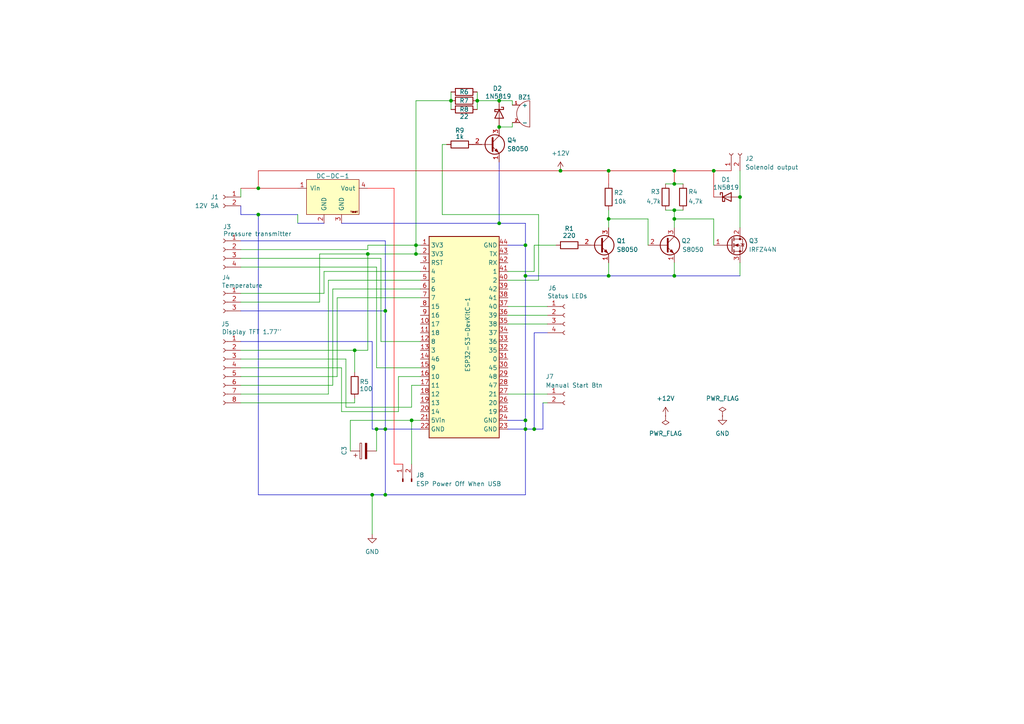
<source format=kicad_sch>
(kicad_sch (version 20250114) (generator "eeschema") (generator_version "9.0")
  (paper "A4")
  (title_block (title "Hydro Fill Pro") (date "2026-02-10") (rev "0.0.1") (comment 4 "Yuriy Titov"))
  (lib_symbols
    (symbol "1_Buzzers:Buzzer"
      (property "Reference" "BZ" (at -4.318 0 0))
      (symbol "Buzzer_0_1"
        (polyline (pts (xy -2.54 3.81) (xy -2.54 -3.81)))
        (arc (start -2.54 3.81) (mid 1.27 0) (end -2.54 -3.81))
      )
      (symbol "Buzzer_1_1"
        (pin passive line (at 2.54 2.54 180) (length 2.2352) (name "+") (number "1"))
        (pin passive line (at 2.54 -2.54 180) (length 2.2352) (name "-") (number "2"))
      )
    )
    (symbol "1_DC-DC:YAAJ_DCDC_StepDown_LM2596" (pin_names (offset 1.016))
      (property "Reference" "U" (at -5.08 6.35 0))
      (property "Value" "YAAJ_DCDC_StepDown_LM2596" (at 0 11.43 0))
      (symbol "YAAJ_DCDC_StepDown_LM2596_0_1"
        (rectangle (start -7.62 5.08) (end 7.62 -5.08) (fill (type background)))
      )
      (symbol "YAAJ_DCDC_StepDown_LM2596_1_1"
        (text "Y@@V" (at 6.1976 -4.2672 0) (effects (font (size 0.508 0.508))))
        (pin power_in line (at -10.16 2.54 0) (length 2.54) (name "Vin") (number "1"))
        (pin power_in line (at -2.54 -7.62 90) (length 2.54) (name "GND") (number "2"))
        (pin power_in line (at 2.54 -7.62 90) (length 2.54) (name "GND") (number "3"))
        (pin power_out line (at 10.16 2.54 180) (length 2.54) (name "Vout") (number "4"))
      )
    )
    (symbol "1_ESP32-S3-DevKitC_1"
      (property "Reference" "ESP32-S3-DevKitC-1" (at 0.254 -1.524 90))
      (symbol "1_ESP32-S3-DevKitC_1_1_1"
        (rectangle (start -10.16 27.94) (end 10.16 -30.48) (stroke (width 0.254)) (fill (type background)))
        (pin power_out line (at -12.7 25.4 0) (length 2.54) (name "3V3") (number "1"))
        (pin power_out line (at -12.7 22.86 0) (length 2.54) (name "3V3") (number "2"))
        (pin input line (at -12.7 20.32 0) (length 2.54) (name "RST") (number "3"))
        (pin bidirectional line (at -12.7 17.78 0) (length 2.54) (name "4") (number "4"))
        (pin bidirectional line (at -12.7 15.24 0) (length 2.54) (name "5") (number "5"))
        (pin bidirectional line (at -12.7 12.7 0) (length 2.54) (name "6") (number "6"))
        (pin bidirectional line (at -12.7 10.16 0) (length 2.54) (name "7") (number "7"))
        (pin bidirectional line (at -12.7 7.62 0) (length 2.54) (name "15") (number "8"))
        (pin bidirectional line (at -12.7 5.08 0) (length 2.54) (name "16") (number "9"))
        (pin bidirectional line (at -12.7 2.54 0) (length 2.54) (name "17") (number "10"))
        (pin bidirectional line (at -12.7 0 0) (length 2.54) (name "18") (number "11"))
        (pin bidirectional line (at -12.7 -2.54 0) (length 2.54) (name "8") (number "12"))
        (pin bidirectional line (at -12.7 -5.08 0) (length 2.54) (name "3") (number "13"))
        (pin bidirectional line (at -12.7 -7.62 0) (length 2.54) (name "46") (number "14"))
        (pin bidirectional line (at -12.7 -10.16 0) (length 2.54) (name "9") (number "15"))
        (pin bidirectional line (at -12.7 -12.7 0) (length 2.54) (name "10") (number "16"))
        (pin bidirectional line (at -12.7 -15.24 0) (length 2.54) (name "11") (number "17"))
        (pin bidirectional line (at -12.7 -17.78 0) (length 2.54) (name "12") (number "18"))
        (pin bidirectional line (at -12.7 -20.32 0) (length 2.54) (name "13") (number "19"))
        (pin bidirectional line (at -12.7 -22.86 0) (length 2.54) (name "14") (number "20"))
        (pin passive line (at -12.7 -25.4 0) (length 2.54) (name "5Vin") (number "21"))
        (pin power_in line (at -12.7 -27.94 0) (length 2.54) (name "GND") (number "22"))
        (pin power_in line (at 12.7 25.4 180) (length 2.54) (name "GND") (number "44"))
        (pin output line (at 12.7 22.86 180) (length 2.54) (name "TX") (number "43"))
        (pin input line (at 12.7 20.32 180) (length 2.54) (name "RX") (number "42"))
        (pin bidirectional line (at 12.7 17.78 180) (length 2.54) (name "1") (number "41"))
        (pin bidirectional line (at 12.7 15.24 180) (length 2.54) (name "2") (number "40"))
        (pin bidirectional line (at 12.7 12.7 180) (length 2.54) (name "42") (number "39"))
        (pin bidirectional line (at 12.7 10.16 180) (length 2.54) (name "41") (number "38"))
        (pin bidirectional line (at 12.7 7.62 180) (length 2.54) (name "40") (number "37"))
        (pin bidirectional line (at 12.7 5.08 180) (length 2.54) (name "39") (number "36"))
        (pin bidirectional line (at 12.7 2.54 180) (length 2.54) (name "38") (number "35"))
        (pin bidirectional line (at 12.7 0 180) (length 2.54) (name "37") (number "34"))
        (pin bidirectional line (at 12.7 -2.54 180) (length 2.54) (name "36") (number "33"))
        (pin bidirectional line (at 12.7 -5.08 180) (length 2.54) (name "35") (number "32"))
        (pin bidirectional line (at 12.7 -7.62 180) (length 2.54) (name "0") (number "31"))
        (pin bidirectional line (at 12.7 -10.16 180) (length 2.54) (name "45") (number "30"))
        (pin bidirectional line (at 12.7 -12.7 180) (length 2.54) (name "48") (number "29"))
        (pin bidirectional line (at 12.7 -15.24 180) (length 2.54) (name "47") (number "28"))
        (pin bidirectional line (at 12.7 -17.78 180) (length 2.54) (name "21") (number "27"))
        (pin bidirectional line (at 12.7 -20.32 180) (length 2.54) (name "20") (number "26"))
        (pin bidirectional line (at 12.7 -22.86 180) (length 2.54) (name "19") (number "25"))
        (pin power_in line (at 12.7 -25.4 180) (length 2.54) (name "GND") (number "24"))
        (pin power_in line (at 12.7 -27.94 180) (length 2.54) (name "GND") (number "23"))
      )
    )
    (symbol "Connector:Conn_01x02_Pin" (pin_names (offset 1.016) (hide yes))
      (property "Reference" "J" (at 0 2.54 0))
      (property "Value" "Conn_01x02_Pin" (at 0 -5.08 0))
      (symbol "Conn_01x02_Pin_1_1"
        (rectangle (start 0.8636 0.127) (end 0 -0.127) (stroke (width 0.1524)) (fill (type outline)))
        (rectangle (start 0.8636 -2.413) (end 0 -2.667) (stroke (width 0.1524)) (fill (type outline)))
        (polyline (pts (xy 1.27 0) (xy 0.8636 0)) (stroke (width 0.1524)))
        (polyline (pts (xy 1.27 -2.54) (xy 0.8636 -2.54)) (stroke (width 0.1524)))
        (pin passive line (at 5.08 0 180) (length 3.81) (name "Pin_1") (number "1"))
        (pin passive line (at 5.08 -2.54 180) (length 3.81) (name "Pin_2") (number "2"))
      )
    )
    (symbol "Connector:Conn_01x02_Socket" (pin_names (offset 1.016) (hide yes))
      (property "Reference" "J" (at 0 2.54 0))
      (property "Value" "Conn_01x02_Socket" (at 0 -5.08 0))
      (symbol "Conn_01x02_Socket_1_1"
        (polyline (pts (xy -1.27 0) (xy -0.508 0)) (stroke (width 0.1524)))
        (polyline (pts (xy -1.27 -2.54) (xy -0.508 -2.54)) (stroke (width 0.1524)))
        (arc (start 0 -0.508) (mid -0.5058 0) (end 0 0.508) (stroke (width 0.1524)))
        (arc (start 0 -3.048) (mid -0.5058 -2.54) (end 0 -2.032) (stroke (width 0.1524)))
        (pin passive line (at -5.08 0 0) (length 3.81) (name "Pin_1") (number "1"))
        (pin passive line (at -5.08 -2.54 0) (length 3.81) (name "Pin_2") (number "2"))
      )
    )
    (symbol "Connector:Conn_01x03_Socket" (pin_names (offset 1.016) (hide yes))
      (property "Reference" "J" (at 0 5.08 0))
      (property "Value" "Conn_01x03_Socket" (at 0 -5.08 0))
      (symbol "Conn_01x03_Socket_1_1"
        (polyline (pts (xy -1.27 2.54) (xy -0.508 2.54)) (stroke (width 0.1524)))
        (polyline (pts (xy -1.27 0) (xy -0.508 0)) (stroke (width 0.1524)))
        (polyline (pts (xy -1.27 -2.54) (xy -0.508 -2.54)) (stroke (width 0.1524)))
        (arc (start 0 2.032) (mid -0.5058 2.54) (end 0 3.048) (stroke (width 0.1524)))
        (arc (start 0 -0.508) (mid -0.5058 0) (end 0 0.508) (stroke (width 0.1524)))
        (arc (start 0 -3.048) (mid -0.5058 -2.54) (end 0 -2.032) (stroke (width 0.1524)))
        (pin passive line (at -5.08 2.54 0) (length 3.81) (name "Pin_1") (number "1"))
        (pin passive line (at -5.08 0 0) (length 3.81) (name "Pin_2") (number "2"))
        (pin passive line (at -5.08 -2.54 0) (length 3.81) (name "Pin_3") (number "3"))
      )
    )
    (symbol "Connector:Conn_01x04_Socket" (pin_names (offset 1.016) (hide yes))
      (property "Reference" "J" (at 0 5.08 0))
      (property "Value" "Conn_01x04_Socket" (at 0 -7.62 0))
      (symbol "Conn_01x04_Socket_1_1"
        (polyline (pts (xy -1.27 2.54) (xy -0.508 2.54)) (stroke (width 0.1524)))
        (polyline (pts (xy -1.27 0) (xy -0.508 0)) (stroke (width 0.1524)))
        (polyline (pts (xy -1.27 -2.54) (xy -0.508 -2.54)) (stroke (width 0.1524)))
        (polyline (pts (xy -1.27 -5.08) (xy -0.508 -5.08)) (stroke (width 0.1524)))
        (arc (start 0 2.032) (mid -0.5058 2.54) (end 0 3.048) (stroke (width 0.1524)))
        (arc (start 0 -0.508) (mid -0.5058 0) (end 0 0.508) (stroke (width 0.1524)))
        (arc (start 0 -3.048) (mid -0.5058 -2.54) (end 0 -2.032) (stroke (width 0.1524)))
        (arc (start 0 -5.588) (mid -0.5058 -5.08) (end 0 -4.572) (stroke (width 0.1524)))
        (pin passive line (at -5.08 2.54 0) (length 3.81) (name "Pin_1") (number "1"))
        (pin passive line (at -5.08 0 0) (length 3.81) (name "Pin_2") (number "2"))
        (pin passive line (at -5.08 -2.54 0) (length 3.81) (name "Pin_3") (number "3"))
        (pin passive line (at -5.08 -5.08 0) (length 3.81) (name "Pin_4") (number "4"))
      )
    )
    (symbol "Connector:Conn_01x08_Socket" (pin_names (offset 1.016) (hide yes))
      (property "Reference" "J" (at 0 10.16 0))
      (property "Value" "Conn_01x08_Socket" (at 0 -12.7 0))
      (symbol "Conn_01x08_Socket_1_1"
        (polyline (pts (xy -1.27 7.62) (xy -0.508 7.62)) (stroke (width 0.1524)))
        (polyline (pts (xy -1.27 5.08) (xy -0.508 5.08)) (stroke (width 0.1524)))
        (polyline (pts (xy -1.27 2.54) (xy -0.508 2.54)) (stroke (width 0.1524)))
        (polyline (pts (xy -1.27 0) (xy -0.508 0)) (stroke (width 0.1524)))
        (polyline (pts (xy -1.27 -2.54) (xy -0.508 -2.54)) (stroke (width 0.1524)))
        (polyline (pts (xy -1.27 -5.08) (xy -0.508 -5.08)) (stroke (width 0.1524)))
        (polyline (pts (xy -1.27 -7.62) (xy -0.508 -7.62)) (stroke (width 0.1524)))
        (polyline (pts (xy -1.27 -10.16) (xy -0.508 -10.16)) (stroke (width 0.1524)))
        (arc (start 0 7.112) (mid -0.5058 7.62) (end 0 8.128) (stroke (width 0.1524)))
        (arc (start 0 4.572) (mid -0.5058 5.08) (end 0 5.588) (stroke (width 0.1524)))
        (arc (start 0 2.032) (mid -0.5058 2.54) (end 0 3.048) (stroke (width 0.1524)))
        (arc (start 0 -0.508) (mid -0.5058 0) (end 0 0.508) (stroke (width 0.1524)))
        (arc (start 0 -3.048) (mid -0.5058 -2.54) (end 0 -2.032) (stroke (width 0.1524)))
        (arc (start 0 -5.588) (mid -0.5058 -5.08) (end 0 -4.572) (stroke (width 0.1524)))
        (arc (start 0 -8.128) (mid -0.5058 -7.62) (end 0 -7.112) (stroke (width 0.1524)))
        (arc (start 0 -10.668) (mid -0.5058 -10.16) (end 0 -9.652) (stroke (width 0.1524)))
        (pin passive line (at -5.08 7.62 0) (length 3.81) (name "Pin_1") (number "1"))
        (pin passive line (at -5.08 5.08 0) (length 3.81) (name "Pin_2") (number "2"))
        (pin passive line (at -5.08 2.54 0) (length 3.81) (name "Pin_3") (number "3"))
        (pin passive line (at -5.08 0 0) (length 3.81) (name "Pin_4") (number "4"))
        (pin passive line (at -5.08 -2.54 0) (length 3.81) (name "Pin_5") (number "5"))
        (pin passive line (at -5.08 -5.08 0) (length 3.81) (name "Pin_6") (number "6"))
        (pin passive line (at -5.08 -7.62 0) (length 3.81) (name "Pin_7") (number "7"))
        (pin passive line (at -5.08 -10.16 0) (length 3.81) (name "Pin_8") (number "8"))
      )
    )
    (symbol "Device:C_Polarized" (pin_numbers (hide yes)) (pin_names (offset 0.254))
      (property "Reference" "C" (at 0.635 2.54 0))
      (property "Value" "C_Polarized" (at 0.635 -2.54 0))
      (symbol "C_Polarized_0_1"
        (rectangle (start -2.286 0.508) (end 2.286 1.016))
        (polyline (pts (xy -1.778 2.286) (xy -0.762 2.286)))
        (polyline (pts (xy -1.27 2.794) (xy -1.27 1.778)))
        (rectangle (start 2.286 -0.508) (end -2.286 -1.016) (fill (type outline)))
      )
      (symbol "C_Polarized_1_1"
        (pin passive line (at 0 3.81 270) (length 2.794) (name "~") (number "1"))
        (pin passive line (at 0 -3.81 90) (length 2.794) (name "~") (number "2"))
      )
    )
    (symbol "Device:R" (pin_numbers (hide yes)) (pin_names (offset 0))
      (property "Reference" "R" (at 2.032 0 90))
      (property "Value" "R" (at 0 0 90))
      (symbol "R_0_1"
        (rectangle (start -1.016 -2.54) (end 1.016 2.54) (stroke (width 0.254)))
      )
      (symbol "R_1_1"
        (pin passive line (at 0 3.81 270) (length 1.27) (name "~") (number "1"))
        (pin passive line (at 0 -3.81 90) (length 1.27) (name "~") (number "2"))
      )
    )
    (symbol "Diode:1N5819" (pin_numbers (hide yes)) (pin_names (offset 1.016) (hide yes))
      (property "Reference" "D" (at 0 2.54 0))
      (property "Value" "1N5819" (at 0 -2.54 0))
      (symbol "1N5819_0_1"
        (polyline (pts (xy -1.905 0.635) (xy -1.905 1.27) (xy -1.27 1.27) (xy -1.27 -1.27) (xy -0.635 -1.27) (xy -0.635 -0.635)) (stroke (width 0.254)))
        (polyline (pts (xy 1.27 1.27) (xy 1.27 -1.27) (xy -1.27 0) (xy 1.27 1.27)) (stroke (width 0.254)))
        (polyline (pts (xy 1.27 0) (xy -1.27 0)))
      )
      (symbol "1N5819_1_1"
        (pin passive line (at -3.81 0 0) (length 2.54) (name "K") (number "1"))
        (pin passive line (at 3.81 0 180) (length 2.54) (name "A") (number "2"))
      )
    )
    (symbol "Transistor_BJT:S8050" (pin_names (offset 0) (hide yes))
      (property "Reference" "Q" (at 5.08 1.905 0))
      (property "Value" "S8050" (at 5.08 0 0))
      (symbol "S8050_0_1"
        (polyline (pts (xy -2.54 0) (xy 0.635 0)))
        (polyline (pts (xy 0.635 1.905) (xy 0.635 -1.905)) (stroke (width 0.508)))
        (circle (center 1.27 0) (radius 2.8194) (stroke (width 0.254)))
      )
      (symbol "S8050_1_1"
        (polyline (pts (xy 0.635 0.635) (xy 2.54 2.54)))
        (polyline (pts (xy 0.635 -0.635) (xy 2.54 -2.54)))
        (polyline (pts (xy 1.27 -1.778) (xy 1.778 -1.27) (xy 2.286 -2.286) (xy 1.27 -1.778)) (fill (type outline)))
        (pin input line (at -5.08 0 0) (length 2.54) (name "B") (number "2"))
        (pin passive line (at 2.54 5.08 270) (length 2.54) (name "C") (number "3"))
        (pin passive line (at 2.54 -5.08 90) (length 2.54) (name "E") (number "1"))
      )
    )
    (symbol "Transistor_FET:IRLZ44N" (pin_names (hide yes))
      (property "Reference" "Q" (at 5.08 1.905 0))
      (property "Value" "IRLZ44N" (at 5.08 0 0))
      (symbol "IRLZ44N_0_1"
        (polyline (pts (xy 0.254 1.905) (xy 0.254 -1.905)) (stroke (width 0.254)))
        (polyline (pts (xy 0.254 0) (xy -2.54 0)))
        (polyline (pts (xy 0.762 2.286) (xy 0.762 1.27)) (stroke (width 0.254)))
        (polyline (pts (xy 0.762 0.508) (xy 0.762 -0.508)) (stroke (width 0.254)))
        (polyline (pts (xy 0.762 -1.27) (xy 0.762 -2.286)) (stroke (width 0.254)))
        (polyline (pts (xy 0.762 -1.778) (xy 3.302 -1.778) (xy 3.302 1.778) (xy 0.762 1.778)))
        (polyline (pts (xy 1.016 0) (xy 2.032 0.381) (xy 2.032 -0.381) (xy 1.016 0)) (fill (type outline)))
        (circle (center 1.651 0) (radius 2.794) (stroke (width 0.254)))
        (polyline (pts (xy 2.54 2.54) (xy 2.54 1.778)))
        (circle (center 2.54 1.778) (radius 0.254) (fill (type outline)))
        (circle (center 2.54 -1.778) (radius 0.254) (fill (type outline)))
        (polyline (pts (xy 2.54 -2.54) (xy 2.54 0) (xy 0.762 0)))
        (polyline (pts (xy 2.794 0.508) (xy 2.921 0.381) (xy 3.683 0.381) (xy 3.81 0.254)))
        (polyline (pts (xy 3.302 0.381) (xy 2.921 -0.254) (xy 3.683 -0.254) (xy 3.302 0.381)))
      )
      (symbol "IRLZ44N_1_1"
        (pin input line (at -5.08 0 0) (length 2.54) (name "G") (number "1"))
        (pin passive line (at 2.54 5.08 270) (length 2.54) (name "D") (number "2"))
        (pin passive line (at 2.54 -5.08 90) (length 2.54) (name "S") (number "3"))
      )
    )
    (symbol "power:+12V" (power) (pin_numbers (hide yes)) (pin_names (offset 0) (hide yes))
      (property "Value" "+12V" (at 0 3.556 0))
      (symbol "+12V_0_1"
        (polyline (pts (xy -0.762 1.27) (xy 0 2.54)))
        (polyline (pts (xy 0 2.54) (xy 0.762 1.27)))
        (polyline (pts (xy 0 0) (xy 0 2.54)))
      )
      (symbol "+12V_1_1"
        (pin power_in line (at 0 0 90) (length 0) (name "~") (number "1"))
      )
    )
    (symbol "power:GND" (power) (pin_numbers (hide yes)) (pin_names (offset 0) (hide yes))
      (property "Value" "GND" (at 0 -3.81 0))
      (symbol "GND_0_1"
        (polyline (pts (xy 0 0) (xy 0 -1.27) (xy 1.27 -1.27) (xy 0 -2.54) (xy -1.27 -1.27) (xy 0 -1.27)))
      )
      (symbol "GND_1_1"
        (pin power_in line (at 0 0 270) (length 0) (name "~") (number "1"))
      )
    )
    (symbol "power:PWR_FLAG" (power) (pin_numbers (hide yes)) (pin_names (offset 0) (hide yes))
      (property "Value" "PWR_FLAG" (at 0 3.81 0))
      (symbol "PWR_FLAG_0_0"
        (pin power_out line (at 0 0 90) (length 0) (name "~") (number "1"))
      )
      (symbol "PWR_FLAG_0_1"
        (polyline (pts (xy 0 0) (xy 0 1.27) (xy -1.016 1.905) (xy 0 2.54) (xy 1.016 1.905) (xy 0 1.27)))
      )
    )
  )
  (junction (at 195.58 60.96))
  (junction (at 111.76 90.17))
  (junction (at 119.38 121.92))
  (junction (at 152.4 71.12))
  (junction (at 102.87 101.6))
  (junction (at 144.78 36.83))
  (junction (at 107.95 143.51))
  (junction (at 109.22 124.46))
  (junction (at 176.53 80.01))
  (junction (at 120.65 73.66))
  (junction (at 195.58 80.01))
  (junction (at 74.93 62.23))
  (junction (at 176.53 49.53))
  (junction (at 195.58 49.53))
  (junction (at 120.65 71.12))
  (junction (at 152.4 80.01))
  (junction (at 74.93 54.61))
  (junction (at 154.94 124.46))
  (junction (at 152.4 121.92))
  (junction (at 152.4 124.46))
  (junction (at 195.58 63.5))
  (junction (at 106.68 73.66))
  (junction (at 176.53 63.5))
  (junction (at 111.76 143.51))
  (junction (at 138.43 29.21))
  (junction (at 144.78 64.77))
  (junction (at 111.76 124.46))
  (junction (at 195.58 53.34))
  (junction (at 130.81 29.21))
  (junction (at 144.78 29.21))
  (junction (at 214.63 57.15))
  (junction (at 162.56 49.53))
  (junction (at 207.01 49.53))
  (wire (pts (xy 74.93 62.23) (xy 86.36 62.23)) (stroke (width 0) (color 0 0 194 1)))
  (wire (pts (xy 74.93 54.61) (xy 74.93 49.53)) (stroke (width 0) (color 194 0 0 1)))
  (wire (pts (xy 154.94 78.74) (xy 147.32 78.74)))
  (wire (pts (xy 119.38 121.92) (xy 119.38 134.62)))
  (wire (pts (xy 69.85 85.09) (xy 93.98 85.09)))
  (wire (pts (xy 93.98 78.74) (xy 121.92 78.74)))
  (wire (pts (xy 120.65 29.21) (xy 120.65 71.12)))
  (wire (pts (xy 138.43 29.21) (xy 144.78 29.21)))
  (wire (pts (xy 109.22 77.47) (xy 109.22 106.68)))
  (wire (pts (xy 130.81 29.21) (xy 130.81 31.75)))
  (wire (pts (xy 107.95 99.06) (xy 107.95 124.46)) (stroke (width 0) (color 0 0 194 1)))
  (wire (pts (xy 96.52 83.82) (xy 121.92 83.82)))
  (wire (pts (xy 106.68 72.39) (xy 106.68 71.12)))
  (wire (pts (xy 162.56 49.53) (xy 176.53 49.53)) (stroke (width 0) (color 194 0 0 1)))
  (wire (pts (xy 187.96 71.12) (xy 187.96 63.5)))
  (wire (pts (xy 69.85 109.22) (xy 97.79 109.22)))
  (wire (pts (xy 161.29 71.12) (xy 154.94 71.12)))
  (wire (pts (xy 107.95 143.51) (xy 111.76 143.51)) (stroke (width 0) (color 0 0 194 1)))
  (wire (pts (xy 214.63 76.2) (xy 214.63 80.01)))
  (wire (pts (xy 115.57 109.22) (xy 115.57 119.38)))
  (wire (pts (xy 92.71 87.63) (xy 92.71 73.66)))
  (wire (pts (xy 69.85 57.15) (xy 69.85 54.61)))
  (wire (pts (xy 130.81 26.67) (xy 130.81 29.21)))
  (wire (pts (xy 152.4 80.01) (xy 176.53 80.01)) (stroke (width 0) (color 0 0 194 1)))
  (wire (pts (xy 195.58 53.34) (xy 198.12 53.34)))
  (wire (pts (xy 120.65 73.66) (xy 121.92 73.66)))
  (wire (pts (xy 74.93 143.51) (xy 107.95 143.51)) (stroke (width 0) (color 0 0 194 1)))
  (wire (pts (xy 119.38 118.11) (xy 119.38 111.76)))
  (wire (pts (xy 214.63 49.53) (xy 214.63 57.15)))
  (wire (pts (xy 101.6 130.81) (xy 101.6 121.92)))
  (wire (pts (xy 144.78 46.99) (xy 144.78 64.77)) (stroke (width 0) (color 0 0 194 1)))
  (wire (pts (xy 101.6 121.92) (xy 119.38 121.92)))
  (wire (pts (xy 147.32 124.46) (xy 152.4 124.46)) (stroke (width 0) (color 0 0 194 1)))
  (wire (pts (xy 138.43 26.67) (xy 138.43 29.21)))
  (wire (pts (xy 176.53 49.53) (xy 176.53 53.34)) (stroke (width 0) (color 194 0 0 1)))
  (wire (pts (xy 195.58 76.2) (xy 195.58 80.01)))
  (wire (pts (xy 99.06 106.68) (xy 99.06 119.38)))
  (wire (pts (xy 95.25 81.28) (xy 121.92 81.28)))
  (wire (pts (xy 69.85 69.85) (xy 111.76 69.85)) (stroke (width 0) (color 0 0 194 1)))
  (wire (pts (xy 152.4 124.46) (xy 152.4 121.92)) (stroke (width 0) (color 0 0 194 1)))
  (wire (pts (xy 69.85 87.63) (xy 92.71 87.63)))
  (wire (pts (xy 193.04 53.34) (xy 195.58 53.34)))
  (wire (pts (xy 121.92 121.92) (xy 119.38 121.92)))
  (wire (pts (xy 147.32 88.9) (xy 158.75 88.9)))
  (wire (pts (xy 99.06 64.77) (xy 144.78 64.77)) (stroke (width 0) (color 0 0 194 1)))
  (wire (pts (xy 102.87 101.6) (xy 106.68 101.6)))
  (wire (pts (xy 195.58 49.53) (xy 195.58 53.34)) (stroke (width 0) (color 194 0 0 1)))
  (wire (pts (xy 74.93 54.61) (xy 86.36 54.61)) (stroke (width 0) (color 194 0 0 1)))
  (wire (pts (xy 69.85 77.47) (xy 109.22 77.47)))
  (wire (pts (xy 187.96 63.5) (xy 176.53 63.5)))
  (wire (pts (xy 148.59 35.56) (xy 148.59 36.83)))
  (wire (pts (xy 69.85 90.17) (xy 111.76 90.17)) (stroke (width 0) (color 0 0 194 1)))
  (wire (pts (xy 109.22 124.46) (xy 111.76 124.46)))
  (wire (pts (xy 195.58 60.96) (xy 195.58 63.5)))
  (wire (pts (xy 109.22 106.68) (xy 121.92 106.68)))
  (wire (pts (xy 195.58 49.53) (xy 207.01 49.53)) (stroke (width 0) (color 194 0 0 1)))
  (wire (pts (xy 111.76 124.46) (xy 111.76 143.51)) (stroke (width 0) (color 0 0 194 1)))
  (wire (pts (xy 154.94 124.46) (xy 157.48 124.46)) (stroke (width 0) (color 0 0 194 1)))
  (wire (pts (xy 69.85 72.39) (xy 106.68 72.39)))
  (wire (pts (xy 102.87 101.6) (xy 102.87 107.95)))
  (wire (pts (xy 106.68 71.12) (xy 120.65 71.12)))
  (wire (pts (xy 147.32 121.92) (xy 152.4 121.92)) (stroke (width 0) (color 0 0 194 1)))
  (wire (pts (xy 147.32 114.3) (xy 158.75 114.3)))
  (wire (pts (xy 97.79 109.22) (xy 97.79 86.36)))
  (wire (pts (xy 148.59 36.83) (xy 144.78 36.83)))
  (wire (pts (xy 111.76 124.46) (xy 121.92 124.46)) (stroke (width 0) (color 0 0 194 1)))
  (wire (pts (xy 69.85 101.6) (xy 102.87 101.6)))
  (wire (pts (xy 109.22 124.46) (xy 111.76 124.46)) (stroke (width 0) (color 0 0 194 1)))
  (wire (pts (xy 111.76 143.51) (xy 152.4 143.51)) (stroke (width 0) (color 0 0 194 1)))
  (wire (pts (xy 214.63 80.01) (xy 195.58 80.01)) (stroke (width 0) (color 0 0 194 1)))
  (wire (pts (xy 128.27 41.91) (xy 129.54 41.91)))
  (wire (pts (xy 100.33 104.14) (xy 100.33 118.11)))
  (wire (pts (xy 128.27 41.91) (xy 128.27 62.23)))
  (wire (pts (xy 96.52 111.76) (xy 96.52 83.82)))
  (wire (pts (xy 69.85 114.3) (xy 95.25 114.3)))
  (wire (pts (xy 69.85 62.23) (xy 74.93 62.23)) (stroke (width 0) (color 0 0 194 1)))
  (wire (pts (xy 106.68 73.66) (xy 120.65 73.66)))
  (wire (pts (xy 148.59 29.21) (xy 144.78 29.21)))
  (wire (pts (xy 176.53 60.96) (xy 176.53 63.5)))
  (wire (pts (xy 156.21 81.28) (xy 147.32 81.28)))
  (wire (pts (xy 156.21 62.23) (xy 156.21 81.28)))
  (wire (pts (xy 69.85 116.84) (xy 102.87 116.84)))
  (wire (pts (xy 106.68 101.6) (xy 106.68 73.66)))
  (wire (pts (xy 69.85 99.06) (xy 107.95 99.06)) (stroke (width 0) (color 0 0 194 1)))
  (wire (pts (xy 95.25 114.3) (xy 95.25 81.28)))
  (wire (pts (xy 111.76 69.85) (xy 111.76 90.17)) (stroke (width 0) (color 0 0 194 1)))
  (wire (pts (xy 207.01 57.15) (xy 207.01 49.53)) (stroke (width 0) (color 194 0 0 1)))
  (wire (pts (xy 154.94 96.52) (xy 154.94 124.46)) (stroke (width 0) (color 0 0 194 1)))
  (wire (pts (xy 152.4 71.12) (xy 152.4 80.01)) (stroke (width 0) (color 0 0 194 1)))
  (wire (pts (xy 195.58 80.01) (xy 176.53 80.01)) (stroke (width 0) (color 0 0 194 1)))
  (wire (pts (xy 154.94 71.12) (xy 154.94 78.74)))
  (wire (pts (xy 214.63 57.15) (xy 214.63 66.04)))
  (wire (pts (xy 207.01 49.53) (xy 212.09 49.53)) (stroke (width 0) (color 194 0 0 1)))
  (wire (pts (xy 111.76 90.17) (xy 111.76 124.46)) (stroke (width 0) (color 0 0 194 1)))
  (wire (pts (xy 69.85 59.69) (xy 69.85 62.23)) (stroke (width 0) (color 0 0 194 1)))
  (wire (pts (xy 120.65 71.12) (xy 121.92 71.12)))
  (wire (pts (xy 114.3 54.61) (xy 114.3 134.62)) (stroke (width 0) (color 255 0 0 1)))
  (wire (pts (xy 130.81 29.21) (xy 120.65 29.21)))
  (wire (pts (xy 107.95 143.51) (xy 107.95 154.94)))
  (wire (pts (xy 107.95 124.46) (xy 109.22 124.46)) (stroke (width 0) (color 0 0 194 1)))
  (wire (pts (xy 86.36 64.77) (xy 86.36 62.23)))
  (wire (pts (xy 176.53 76.2) (xy 176.53 80.01)))
  (wire (pts (xy 106.68 54.61) (xy 114.3 54.61)) (stroke (width 0) (color 255 0 0 1)))
  (wire (pts (xy 193.04 60.96) (xy 195.58 60.96)))
  (wire (pts (xy 152.4 143.51) (xy 152.4 124.46)) (stroke (width 0) (color 0 0 194 1)))
  (wire (pts (xy 207.01 71.12) (xy 207.01 63.5)))
  (wire (pts (xy 102.87 116.84) (xy 102.87 115.57)))
  (wire (pts (xy 207.01 63.5) (xy 195.58 63.5)))
  (wire (pts (xy 74.93 49.53) (xy 162.56 49.53)) (stroke (width 0) (color 194 0 0 1)))
  (wire (pts (xy 110.49 74.93) (xy 110.49 99.06)))
  (wire (pts (xy 93.98 85.09) (xy 93.98 78.74)))
  (wire (pts (xy 147.32 93.98) (xy 158.75 93.98)))
  (wire (pts (xy 92.71 73.66) (xy 106.68 73.66)))
  (wire (pts (xy 144.78 64.77) (xy 152.4 64.77)) (stroke (width 0) (color 0 0 194 1)))
  (wire (pts (xy 195.58 63.5) (xy 195.58 66.04)))
  (wire (pts (xy 115.57 109.22) (xy 121.92 109.22)))
  (wire (pts (xy 147.32 91.44) (xy 158.75 91.44)))
  (wire (pts (xy 195.58 60.96) (xy 198.12 60.96)))
  (wire (pts (xy 97.79 86.36) (xy 121.92 86.36)))
  (wire (pts (xy 109.22 130.81) (xy 109.22 124.46)))
  (wire (pts (xy 93.98 64.77) (xy 86.36 64.77)) (stroke (width 0) (color 0 0 194 1)))
  (wire (pts (xy 99.06 119.38) (xy 115.57 119.38)))
  (wire (pts (xy 74.93 62.23) (xy 74.93 143.51)) (stroke (width 0) (color 0 0 194 1)))
  (wire (pts (xy 69.85 111.76) (xy 96.52 111.76)))
  (wire (pts (xy 157.48 116.84) (xy 157.48 124.46)) (stroke (width 0) (color 0 0 194 1)))
  (wire (pts (xy 69.85 54.61) (xy 74.93 54.61)) (stroke (width 0) (color 194 0 0 1)))
  (wire (pts (xy 120.65 71.12) (xy 120.65 73.66)))
  (wire (pts (xy 152.4 121.92) (xy 152.4 80.01)) (stroke (width 0) (color 0 0 194 1)))
  (wire (pts (xy 69.85 104.14) (xy 100.33 104.14)))
  (wire (pts (xy 176.53 63.5) (xy 176.53 66.04)))
  (wire (pts (xy 152.4 64.77) (xy 152.4 71.12)) (stroke (width 0) (color 0 0 194 1)))
  (wire (pts (xy 147.32 71.12) (xy 152.4 71.12)) (stroke (width 0) (color 0 0 194 1)))
  (wire (pts (xy 69.85 74.93) (xy 110.49 74.93)))
  (wire (pts (xy 154.94 96.52) (xy 158.75 96.52)) (stroke (width 0) (color 0 0 194 1)))
  (wire (pts (xy 110.49 99.06) (xy 121.92 99.06)))
  (wire (pts (xy 176.53 49.53) (xy 195.58 49.53)) (stroke (width 0) (color 194 0 0 1)))
  (wire (pts (xy 148.59 30.48) (xy 148.59 29.21)))
  (wire (pts (xy 128.27 62.23) (xy 156.21 62.23)))
  (wire (pts (xy 158.75 116.84) (xy 157.48 116.84)))
  (wire (pts (xy 100.33 118.11) (xy 119.38 118.11)))
  (wire (pts (xy 114.3 134.62) (xy 116.84 134.62)) (stroke (width 0) (color 255 0 0 1)))
  (wire (pts (xy 138.43 29.21) (xy 138.43 31.75)))
  (wire (pts (xy 154.94 124.46) (xy 152.4 124.46)) (stroke (width 0) (color 0 0 194 1)))
  (wire (pts (xy 119.38 111.76) (xy 121.92 111.76)))
  (wire (pts (xy 69.85 106.68) (xy 99.06 106.68)))
  (symbol (lib_id "Transistor_BJT:S8050") (at 142.24 41.91 0) (unit 1)
    (property "Reference" "Q4" (at 147.066 40.64 0) (effects (justify left)))
    (property "Value" "S8050" (at 147.066 43.18 0) (effects (justify left)))
    (property "Footprint" "Package_TO_SOT_THT:TO-92" (effects (hide yes)))
    (property "Datasheet" "http://www.unisonic.com.tw/datasheet/S8050.pdf" (effects (hide yes)))
    (property "Description" "0.7A Ic, 20V Vce, Low Voltage High Current NPN Transistor, TO-92" (effects (hide yes)))
    (property "Sim.Device" "NPN" (effects (hide yes)))
    (property "Sim.Pins" "1=E 2=B 3=C" (effects (hide yes)))
  )
  (symbol (lib_id "Connector:Conn_01x04_Socket") (at 64.77 72.39 0) (mirror y) (unit 1)
    (property "Reference" "J3" (at 67.056 65.786 0) (effects (justify left)))
    (property "Value" "Pressure transmitter" (at 84.582 67.818 0) (effects (justify left)))
    (property "Footprint" "Connector_JST:JST_XH_B4B-XH-A_1x04_P2.50mm_Vertical" (effects (hide yes)))
    (property "Description" "Generic connector, single row, 01x04, script generated" (effects (hide yes)))
  )
  (symbol (lib_id "power:GND") (at 209.55 120.65 0) (unit 1)
    (property "Reference" "#PWR04" (effects (hide yes)))
    (property "Value" "GND" (at 209.55 125.73 0))
    (property "Description" "Power symbol creates a global label with name \"GND\" , ground" (effects (hide yes)))
  )
  (symbol (lib_id "Device:R") (at 176.53 57.15 180) (unit 1)
    (property "Reference" "R2" (at 178.054 55.88 0) (effects (justify right)))
    (property "Value" "10k" (at 178.054 58.42 0) (effects (justify right)))
    (property "Footprint" "Resistor_THT:R_Axial_DIN0204_L3.6mm_D1.6mm_P7.62mm_Horizontal" (effects (hide yes)))
    (property "Description" "Resistor" (effects (hide yes)))
  )
  (symbol (lib_id "Connector:Conn_01x08_Socket") (at 64.77 106.68 0) (mirror y) (unit 1)
    (property "Reference" "J5" (at 66.548 93.98 0) (effects (justify left)))
    (property "Value" "Display TFT 1.77''" (at 81.788 96.266 0) (effects (justify left)))
    (property "Footprint" "Connector_PinHeader_2.54mm:PinHeader_1x08_P2.54mm_Vertical" (effects (hide yes)))
    (property "Description" "Generic connector, single row, 01x08, script generated" (effects (hide yes)))
  )
  (symbol (lib_id "power:+12V") (at 162.56 49.53 0) (unit 1)
    (property "Reference" "#PWR01" (effects (hide yes)))
    (property "Value" "+12V" (at 162.56 44.45 0))
    (property "Description" "Power symbol creates a global label with name \"+12V\"" (effects (hide yes)))
  )
  (symbol (lib_id "power:PWR_FLAG") (at 193.04 120.65 180) (unit 1)
    (property "Reference" "#FLG01" (effects (hide yes)))
    (property "Value" "PWR_FLAG" (at 193.04 125.73 0))
    (property "Description" "Special symbol for telling ERC where power comes from" (effects (hide yes)))
  )
  (symbol (lib_id "Diode:1N5819") (at 210.82 57.15 0) (unit 1)
    (property "Reference" "D1" (at 210.566 52.07 0))
    (property "Value" "1N5819" (at 210.566 54.356 0))
    (property "Footprint" "Diode_THT:D_DO-41_SOD81_P10.16mm_Horizontal" (effects (hide yes)))
    (property "Datasheet" "http://www.vishay.com/docs/88525/1n5817.pdf" (effects (hide yes)))
    (property "Description" "40V 1A Schottky Barrier Rectifier Diode, DO-41" (effects (hide yes)))
  )
  (symbol (lib_id "Connector:Conn_01x02_Pin") (at 116.84 139.7 90) (unit 1)
    (property "Reference" "J8" (at 120.65 137.7949 90) (effects (justify right)))
    (property "Value" "ESP Power Off When USB" (at 120.65 140.3349 90) (effects (justify right)))
    (property "Description" "Generic connector, single row, 01x02, script generated" (effects (hide yes)))
  )
  (symbol (lib_name "1_ESP32-S3-DevKitC_1") (lib_id "esp32:1_ESP32-S3-DevKitC") (at 134.62 96.52 0) (unit 1)
    (property "Reference" "ESP32-S3-DevKitC-1" (at 135.636 97.028 90))
    (property "Footprint" "RF_Module:1_ESP32-S3-DevKitC-1" (effects (hide yes)))
  )
  (symbol (lib_id "power:PWR_FLAG") (at 209.55 120.65 0) (unit 1)
    (property "Reference" "#FLG02" (effects (hide yes)))
    (property "Value" "PWR_FLAG" (at 209.55 115.57 0))
    (property "Description" "Special symbol for telling ERC where power comes from" (effects (hide yes)))
  )
  (symbol (lib_id "1_DC-DC:YAAJ_DCDC_StepDown_LM2596") (at 96.52 57.15 0) (unit 1)
    (property "Reference" "DC-DC-1" (at 96.52 51.054 0))
    (property "Value" "YAAJ_DCDC_StepDown_LM2596" (effects (hide yes)))
    (property "Footprint" "dc-dc:1_DCDC_StepDown_LM2596" (effects (hide yes)))
    (property "Description" "module : adjustable step down module 3.2V-40V to 1.25V-35V 3A" (effects (hide yes)))
  )
  (symbol (lib_id "Connector:Conn_01x03_Socket") (at 64.77 87.63 0) (mirror y) (unit 1)
    (property "Reference" "J4" (at 66.802 80.518 0) (effects (justify left)))
    (property "Value" "Temperature" (at 76.2 82.804 0) (effects (justify left)))
    (property "Footprint" "Connector_JST:JST_XH_B3B-XH-A_1x03_P2.50mm_Vertical" (effects (hide yes)))
    (property "Description" "Generic connector, single row, 01x03, script generated" (effects (hide yes)))
  )
  (symbol (lib_id "Connector:Conn_01x02_Socket") (at 212.09 44.45 90) (unit 1)
    (property "Reference" "J2" (at 216.154 45.974 90) (effects (justify right)))
    (property "Value" "Solenoid output" (at 216.154 48.514 90) (effects (justify right)))
    (property "Footprint" "Connector_JST:JST_XH_B2B-XH-A_1x02_P2.50mm_Vertical" (effects (hide yes)))
    (property "Description" "Generic connector, single row, 01x02, script generated" (effects (hide yes)))
  )
  (symbol (lib_id "power:GND") (at 107.95 154.94 0) (unit 1)
    (property "Reference" "#PWR02" (effects (hide yes)))
    (property "Value" "GND" (at 107.95 160.02 0))
    (property "Description" "Power symbol creates a global label with name \"GND\" , ground" (effects (hide yes)))
  )
  (symbol (lib_id "power:+12V") (at 193.04 120.65 0) (unit 1)
    (property "Reference" "#PWR03" (effects (hide yes)))
    (property "Value" "+12V" (at 193.04 115.57 0))
    (property "Description" "Power symbol creates a global label with name \"+12V\"" (effects (hide yes)))
  )
  (symbol (lib_id "Device:R") (at 193.04 57.15 180) (unit 1)
    (property "Reference" "R3" (at 188.722 55.626 0) (effects (justify right)))
    (property "Value" "4,7k" (at 187.452 58.42 0) (effects (justify right)))
    (property "Footprint" "Resistor_THT:R_Axial_DIN0204_L3.6mm_D1.6mm_P7.62mm_Horizontal" (effects (hide yes)))
    (property "Description" "Resistor" (effects (hide yes)))
  )
  (symbol (lib_id "Transistor_BJT:S8050") (at 173.99 71.12 0) (unit 1)
    (property "Reference" "Q1" (at 178.816 69.85 0) (effects (justify left)))
    (property "Value" "S8050" (at 178.816 72.39 0) (effects (justify left)))
    (property "Footprint" "Package_TO_SOT_THT:TO-92" (effects (hide yes)))
    (property "Datasheet" "http://www.unisonic.com.tw/datasheet/S8050.pdf" (effects (hide yes)))
    (property "Description" "0.7A Ic, 20V Vce, Low Voltage High Current NPN Transistor, TO-92" (effects (hide yes)))
    (property "Sim.Device" "NPN" (effects (hide yes)))
    (property "Sim.Pins" "1=E 2=B 3=C" (effects (hide yes)))
  )
  (symbol (lib_id "Connector:Conn_01x02_Socket") (at 163.83 114.3 0) (unit 1)
    (property "Reference" "J7" (at 158.242 109.22 0) (effects (justify left)))
    (property "Value" "Manual Start Btn" (at 158.242 111.76 0) (effects (justify left)))
    (property "Footprint" "Connector_JST:JST_XH_B2B-XH-A_1x02_P2.50mm_Vertical" (effects (hide yes)))
    (property "Description" "Generic connector, single row, 01x02, script generated" (effects (hide yes)))
  )
  (symbol (lib_id "Device:C_Polarized") (at 105.41 130.81 90) (unit 1)
    (property "Reference" "C3" (at 99.822 132.08 0) (effects (justify left)))
    (property "Value" "470uF 16V" (effects (hide yes)))
    (property "Footprint" "Capacitor_THT:CP_Radial_D8.0mm_P3.50mm" (effects (hide yes)))
    (property "Description" "Polarized capacitor" (effects (hide yes)))
  )
  (symbol (lib_id "Device:R") (at 198.12 57.15 180) (unit 1)
    (property "Reference" "R4" (at 199.644 55.626 0) (effects (justify right)))
    (property "Value" "4,7k" (at 199.644 58.42 0) (effects (justify right)))
    (property "Footprint" "Resistor_THT:R_Axial_DIN0204_L3.6mm_D1.6mm_P7.62mm_Horizontal" (effects (hide yes)))
    (property "Description" "Resistor" (effects (hide yes)))
  )
  (symbol (lib_id "Connector:Conn_01x04_Socket") (at 163.83 91.44 0) (unit 1)
    (property "Reference" "J6" (at 159.004 83.566 0) (effects (justify left)))
    (property "Value" "Status LEDs" (at 158.75 85.852 0) (effects (justify left)))
    (property "Footprint" "Connector_PinHeader_2.54mm:PinHeader_1x04_P2.54mm_Vertical" (effects (hide yes)))
    (property "Description" "Generic connector, single row, 01x04, script generated" (effects (hide yes)))
  )
  (symbol (lib_id "Transistor_FET:IRLZ44N") (at 212.09 71.12 0) (unit 1)
    (property "Reference" "Q3" (at 217.17 69.85 0) (effects (justify left)))
    (property "Value" "IRFZ44N" (at 217.17 72.39 0) (effects (justify left)))
    (property "Footprint" "Package_TO_SOT_THT:TO-220-3_Vertical" (effects (hide yes)))
    (property "Description" "47A Id, 55V Vds, 22mOhm Rds Single N-Channel HEXFET Power MOSFET, TO-220AB" (effects (hide yes)))
  )
  (symbol (lib_id "Device:R") (at 134.62 29.21 270) (unit 1)
    (property "Reference" "R7" (at 134.62 29.21 90))
    (property "Value" "22" (effects (hide yes)))
    (property "Footprint" "Resistor_THT:R_Axial_DIN0204_L3.6mm_D1.6mm_P7.62mm_Horizontal" (effects (hide yes)))
    (property "Description" "Resistor" (effects (hide yes)))
  )
  (symbol (lib_id "Diode:1N5819") (at 144.78 33.02 270) (unit 1)
    (property "Reference" "D2" (at 144.272 25.654 90))
    (property "Value" "1N5819" (at 144.526 27.94 90))
    (property "Footprint" "Diode_THT:D_DO-41_SOD81_P10.16mm_Horizontal" (effects (hide yes)))
    (property "Datasheet" "http://www.vishay.com/docs/88525/1n5817.pdf" (effects (hide yes)))
    (property "Description" "40V 1A Schottky Barrier Rectifier Diode, DO-41" (effects (hide yes)))
  )
  (symbol (lib_id "Device:R") (at 165.1 71.12 90) (unit 1)
    (property "Reference" "R1" (at 165.1 66.294 90))
    (property "Value" "220" (at 165.1 68.326 90))
    (property "Footprint" "Resistor_THT:R_Axial_DIN0204_L3.6mm_D1.6mm_P7.62mm_Horizontal" (effects (hide yes)))
    (property "Description" "Resistor" (effects (hide yes)))
  )
  (symbol (lib_id "Device:R") (at 134.62 26.67 270) (unit 1)
    (property "Reference" "R6" (at 134.62 26.67 90))
    (property "Value" "22" (at 134.62 33.782 90))
    (property "Footprint" "Resistor_THT:R_Axial_DIN0204_L3.6mm_D1.6mm_P7.62mm_Horizontal" (effects (hide yes)))
    (property "Description" "Resistor" (effects (hide yes)))
  )
  (symbol (lib_id "Device:R") (at 102.87 111.76 180) (unit 1)
    (property "Reference" "R5" (at 105.664 110.744 0))
    (property "Value" "100" (at 106.172 112.776 0))
    (property "Footprint" "Resistor_THT:R_Axial_DIN0204_L3.6mm_D1.6mm_P7.62mm_Horizontal" (effects (hide yes)))
    (property "Description" "Resistor" (effects (hide yes)))
  )
  (symbol (lib_id "Transistor_BJT:S8050") (at 193.04 71.12 0) (unit 1)
    (property "Reference" "Q2" (at 197.612 69.85 0) (effects (justify left)))
    (property "Value" "S8050" (at 197.866 72.39 0) (effects (justify left)))
    (property "Footprint" "Package_TO_SOT_THT:TO-92" (effects (hide yes)))
    (property "Datasheet" "http://www.unisonic.com.tw/datasheet/S8050.pdf" (effects (hide yes)))
    (property "Description" "0.7A Ic, 20V Vce, Low Voltage High Current NPN Transistor, TO-92" (effects (hide yes)))
    (property "Sim.Device" "NPN" (effects (hide yes)))
    (property "Sim.Pins" "1=E 2=B 3=C" (effects (hide yes)))
  )
  (symbol (lib_id "Connector:Conn_01x02_Socket") (at 64.77 57.15 0) (mirror y) (unit 1)
    (property "Reference" "J1" (at 63.5 57.1499 0) (effects (justify left)))
    (property "Value" "12V 5A" (at 63.5 59.6899 0) (effects (justify left)))
    (property "Footprint" "Connector_JST:JST_XH_B2B-XH-A_1x02_P2.50mm_Vertical" (effects (hide yes)))
    (property "Description" "Generic connector, single row, 01x02, script generated" (effects (hide yes)))
  )
  (symbol (lib_id "Device:R") (at 133.35 41.91 270) (unit 1)
    (property "Reference" "R9" (at 133.35 37.846 90))
    (property "Value" "1k" (at 133.35 39.624 90))
    (property "Footprint" "Resistor_THT:R_Axial_DIN0204_L3.6mm_D1.6mm_P7.62mm_Horizontal" (effects (hide yes)))
    (property "Description" "Resistor" (effects (hide yes)))
  )
  (symbol (lib_id "Device:R") (at 134.62 31.75 270) (unit 1)
    (property "Reference" "R8" (at 134.62 31.75 90))
    (property "Value" "22" (effects (hide yes)))
    (property "Footprint" "Resistor_THT:R_Axial_DIN0204_L3.6mm_D1.6mm_P7.62mm_Horizontal" (effects (hide yes)))
    (property "Description" "Resistor" (effects (hide yes)))
  )
  (symbol (lib_id "1_Buzzers:Buzzer") (at 151.13 33.02 0) (mirror y) (unit 1)
    (property "Reference" "BZ1" (at 152.146 28.194 0))
    (property "Footprint" "Buzzer_Beeper:Buzzer_12x9.5RM7.6" (effects (hide yes)))
  )
)
</source>
